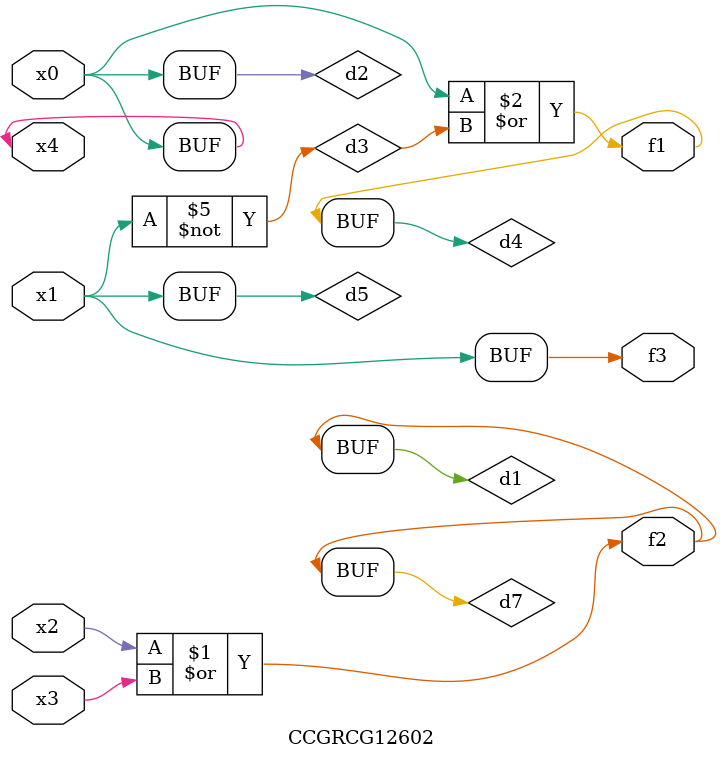
<source format=v>
module CCGRCG12602(
	input x0, x1, x2, x3, x4,
	output f1, f2, f3
);

	wire d1, d2, d3, d4, d5, d6, d7;

	or (d1, x2, x3);
	buf (d2, x0, x4);
	not (d3, x1);
	or (d4, d2, d3);
	not (d5, d3);
	nand (d6, d1, d3);
	or (d7, d1);
	assign f1 = d4;
	assign f2 = d7;
	assign f3 = d5;
endmodule

</source>
